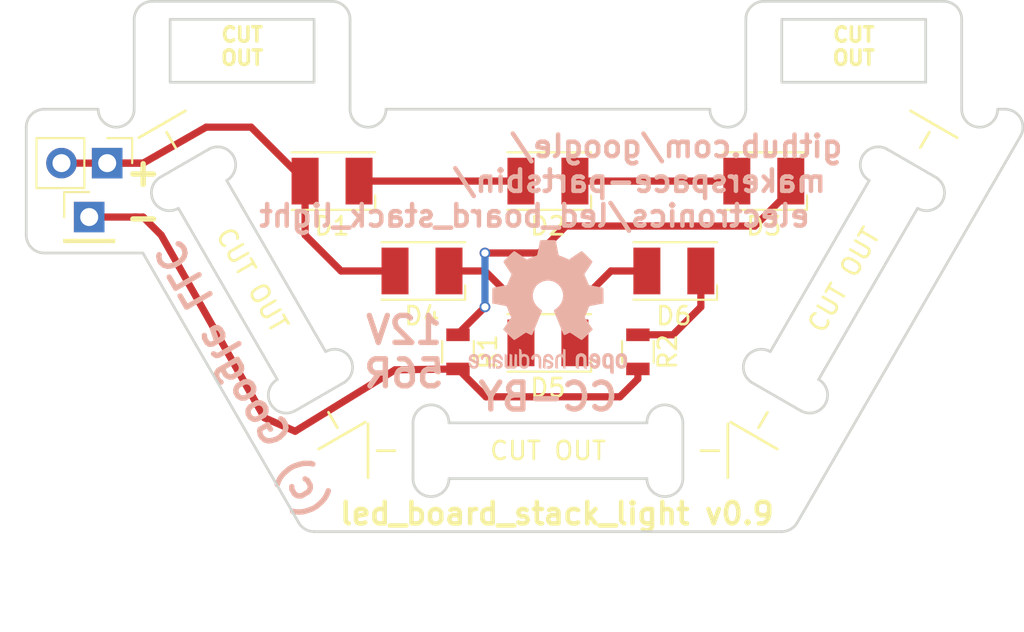
<source format=kicad_pcb>
(kicad_pcb (version 4) (host pcbnew 4.0.6+dfsg1-1)

  (general
    (links 11)
    (no_connects 0)
    (area 112.924999 82.924999 168.478001 112.575001)
    (thickness 1.6)
    (drawings 47)
    (tracks 43)
    (zones 0)
    (modules 14)
    (nets 9)
  )

  (page A4)
  (layers
    (0 F.Cu signal)
    (31 B.Cu signal)
    (32 B.Adhes user)
    (33 F.Adhes user)
    (34 B.Paste user)
    (35 F.Paste user)
    (36 B.SilkS user)
    (37 F.SilkS user)
    (38 B.Mask user)
    (39 F.Mask user)
    (40 Dwgs.User user)
    (41 Cmts.User user)
    (42 Eco1.User user)
    (43 Eco2.User user)
    (44 Edge.Cuts user)
    (45 Margin user)
    (46 B.CrtYd user)
    (47 F.CrtYd user)
    (48 B.Fab user)
    (49 F.Fab user)
  )

  (setup
    (last_trace_width 0.4)
    (user_trace_width 0.4)
    (user_trace_width 1)
    (trace_clearance 0.2)
    (zone_clearance 0.508)
    (zone_45_only no)
    (trace_min 0.2)
    (segment_width 0.15)
    (edge_width 0.15)
    (via_size 0.6)
    (via_drill 0.4)
    (via_min_size 0.4)
    (via_min_drill 0.3)
    (uvia_size 0.3)
    (uvia_drill 0.1)
    (uvias_allowed no)
    (uvia_min_size 0.2)
    (uvia_min_drill 0.1)
    (pcb_text_width 0.3)
    (pcb_text_size 1.5 1.5)
    (mod_edge_width 0.15)
    (mod_text_size 1 1)
    (mod_text_width 0.15)
    (pad_size 1.524 1.524)
    (pad_drill 0.762)
    (pad_to_mask_clearance 0.2)
    (aux_axis_origin 142 89)
    (grid_origin 142 89)
    (visible_elements FFFFFF7F)
    (pcbplotparams
      (layerselection 0x00030_80000001)
      (usegerberextensions false)
      (excludeedgelayer true)
      (linewidth 0.100000)
      (plotframeref false)
      (viasonmask false)
      (mode 1)
      (useauxorigin false)
      (hpglpennumber 1)
      (hpglpenspeed 20)
      (hpglpendiameter 15)
      (hpglpenoverlay 2)
      (psnegative false)
      (psa4output false)
      (plotreference true)
      (plotvalue true)
      (plotinvisibletext false)
      (padsonsilk false)
      (subtractmaskfromsilk false)
      (outputformat 1)
      (mirror false)
      (drillshape 1)
      (scaleselection 1)
      (outputdirectory ""))
  )

  (net 0 "")
  (net 1 "Net-(D1-Pad1)")
  (net 2 "Net-(D1-Pad2)")
  (net 3 "Net-(D2-Pad1)")
  (net 4 "Net-(D3-Pad1)")
  (net 5 "Net-(D4-Pad1)")
  (net 6 "Net-(D5-Pad1)")
  (net 7 "Net-(D6-Pad1)")
  (net 8 "Net-(J2-Pad1)")

  (net_class Default "This is the default net class."
    (clearance 0.2)
    (trace_width 0.25)
    (via_dia 0.6)
    (via_drill 0.4)
    (uvia_dia 0.3)
    (uvia_drill 0.1)
    (add_net "Net-(D1-Pad1)")
    (add_net "Net-(D1-Pad2)")
    (add_net "Net-(D2-Pad1)")
    (add_net "Net-(D3-Pad1)")
    (add_net "Net-(D4-Pad1)")
    (add_net "Net-(D5-Pad1)")
    (add_net "Net-(D6-Pad1)")
    (add_net "Net-(J2-Pad1)")
  )

  (module LEDs:LED_PLCC-2 (layer F.Cu) (tedit 5860D51E) (tstamp 5A80FC26)
    (at 130 93 180)
    (descr "LED PLCC-2 SMD package")
    (tags "LED PLCC-2 SMD")
    (path /5A7DDCE9)
    (attr smd)
    (fp_text reference D1 (at 0 -2.5 180) (layer F.SilkS)
      (effects (font (size 1 1) (thickness 0.15)))
    )
    (fp_text value LED (at 0 2.5 180) (layer F.Fab)
      (effects (font (size 1 1) (thickness 0.15)))
    )
    (fp_circle (center 0 0) (end 0 -1.25) (layer F.Fab) (width 0.1))
    (fp_line (start -1.7 -0.6) (end -0.8 -1.5) (layer F.Fab) (width 0.1))
    (fp_line (start 1.7 1.5) (end 1.7 -1.5) (layer F.Fab) (width 0.1))
    (fp_line (start 1.7 -1.5) (end -1.7 -1.5) (layer F.Fab) (width 0.1))
    (fp_line (start -1.7 -1.5) (end -1.7 1.5) (layer F.Fab) (width 0.1))
    (fp_line (start -1.7 1.5) (end 1.7 1.5) (layer F.Fab) (width 0.1))
    (fp_line (start -2.65 -1.85) (end 2.5 -1.85) (layer F.CrtYd) (width 0.05))
    (fp_line (start 2.5 -1.85) (end 2.5 1.85) (layer F.CrtYd) (width 0.05))
    (fp_line (start 2.5 1.85) (end -2.65 1.85) (layer F.CrtYd) (width 0.05))
    (fp_line (start -2.65 1.85) (end -2.65 -1.85) (layer F.CrtYd) (width 0.05))
    (fp_line (start 2.25 1.6) (end -2.4 1.6) (layer F.SilkS) (width 0.12))
    (fp_line (start 2.25 -1.6) (end -2.4 -1.6) (layer F.SilkS) (width 0.12))
    (fp_line (start -2.4 -1.6) (end -2.4 -0.8) (layer F.SilkS) (width 0.12))
    (pad 1 smd rect (at -1.5 0 180) (size 1.5 2.6) (layers F.Cu F.Paste F.Mask)
      (net 1 "Net-(D1-Pad1)"))
    (pad 2 smd rect (at 1.5 0 180) (size 1.5 2.6) (layers F.Cu F.Paste F.Mask)
      (net 2 "Net-(D1-Pad2)"))
  )

  (module LEDs:LED_PLCC-2 (layer F.Cu) (tedit 5860D51E) (tstamp 5A80FC39)
    (at 142 93 180)
    (descr "LED PLCC-2 SMD package")
    (tags "LED PLCC-2 SMD")
    (path /5A7DDEDF)
    (attr smd)
    (fp_text reference D2 (at 0 -2.5 180) (layer F.SilkS)
      (effects (font (size 1 1) (thickness 0.15)))
    )
    (fp_text value LED (at 0 2.5 180) (layer F.Fab)
      (effects (font (size 1 1) (thickness 0.15)))
    )
    (fp_circle (center 0 0) (end 0 -1.25) (layer F.Fab) (width 0.1))
    (fp_line (start -1.7 -0.6) (end -0.8 -1.5) (layer F.Fab) (width 0.1))
    (fp_line (start 1.7 1.5) (end 1.7 -1.5) (layer F.Fab) (width 0.1))
    (fp_line (start 1.7 -1.5) (end -1.7 -1.5) (layer F.Fab) (width 0.1))
    (fp_line (start -1.7 -1.5) (end -1.7 1.5) (layer F.Fab) (width 0.1))
    (fp_line (start -1.7 1.5) (end 1.7 1.5) (layer F.Fab) (width 0.1))
    (fp_line (start -2.65 -1.85) (end 2.5 -1.85) (layer F.CrtYd) (width 0.05))
    (fp_line (start 2.5 -1.85) (end 2.5 1.85) (layer F.CrtYd) (width 0.05))
    (fp_line (start 2.5 1.85) (end -2.65 1.85) (layer F.CrtYd) (width 0.05))
    (fp_line (start -2.65 1.85) (end -2.65 -1.85) (layer F.CrtYd) (width 0.05))
    (fp_line (start 2.25 1.6) (end -2.4 1.6) (layer F.SilkS) (width 0.12))
    (fp_line (start 2.25 -1.6) (end -2.4 -1.6) (layer F.SilkS) (width 0.12))
    (fp_line (start -2.4 -1.6) (end -2.4 -0.8) (layer F.SilkS) (width 0.12))
    (pad 1 smd rect (at -1.5 0 180) (size 1.5 2.6) (layers F.Cu F.Paste F.Mask)
      (net 3 "Net-(D2-Pad1)"))
    (pad 2 smd rect (at 1.5 0 180) (size 1.5 2.6) (layers F.Cu F.Paste F.Mask)
      (net 1 "Net-(D1-Pad1)"))
  )

  (module LEDs:LED_PLCC-2 (layer F.Cu) (tedit 5860D51E) (tstamp 5A80FC4C)
    (at 154 93 180)
    (descr "LED PLCC-2 SMD package")
    (tags "LED PLCC-2 SMD")
    (path /5A7DDF07)
    (attr smd)
    (fp_text reference D3 (at 0 -2.5 180) (layer F.SilkS)
      (effects (font (size 1 1) (thickness 0.15)))
    )
    (fp_text value LED (at 0 2.5 180) (layer F.Fab)
      (effects (font (size 1 1) (thickness 0.15)))
    )
    (fp_circle (center 0 0) (end 0 -1.25) (layer F.Fab) (width 0.1))
    (fp_line (start -1.7 -0.6) (end -0.8 -1.5) (layer F.Fab) (width 0.1))
    (fp_line (start 1.7 1.5) (end 1.7 -1.5) (layer F.Fab) (width 0.1))
    (fp_line (start 1.7 -1.5) (end -1.7 -1.5) (layer F.Fab) (width 0.1))
    (fp_line (start -1.7 -1.5) (end -1.7 1.5) (layer F.Fab) (width 0.1))
    (fp_line (start -1.7 1.5) (end 1.7 1.5) (layer F.Fab) (width 0.1))
    (fp_line (start -2.65 -1.85) (end 2.5 -1.85) (layer F.CrtYd) (width 0.05))
    (fp_line (start 2.5 -1.85) (end 2.5 1.85) (layer F.CrtYd) (width 0.05))
    (fp_line (start 2.5 1.85) (end -2.65 1.85) (layer F.CrtYd) (width 0.05))
    (fp_line (start -2.65 1.85) (end -2.65 -1.85) (layer F.CrtYd) (width 0.05))
    (fp_line (start 2.25 1.6) (end -2.4 1.6) (layer F.SilkS) (width 0.12))
    (fp_line (start 2.25 -1.6) (end -2.4 -1.6) (layer F.SilkS) (width 0.12))
    (fp_line (start -2.4 -1.6) (end -2.4 -0.8) (layer F.SilkS) (width 0.12))
    (pad 1 smd rect (at -1.5 0 180) (size 1.5 2.6) (layers F.Cu F.Paste F.Mask)
      (net 4 "Net-(D3-Pad1)"))
    (pad 2 smd rect (at 1.5 0 180) (size 1.5 2.6) (layers F.Cu F.Paste F.Mask)
      (net 3 "Net-(D2-Pad1)"))
  )

  (module LEDs:LED_PLCC-2 (layer F.Cu) (tedit 5860D51E) (tstamp 5A80FC5F)
    (at 135 98 180)
    (descr "LED PLCC-2 SMD package")
    (tags "LED PLCC-2 SMD")
    (path /5A7DE251)
    (attr smd)
    (fp_text reference D4 (at 0 -2.5 180) (layer F.SilkS)
      (effects (font (size 1 1) (thickness 0.15)))
    )
    (fp_text value LED (at 0 2.5 180) (layer F.Fab)
      (effects (font (size 1 1) (thickness 0.15)))
    )
    (fp_circle (center 0 0) (end 0 -1.25) (layer F.Fab) (width 0.1))
    (fp_line (start -1.7 -0.6) (end -0.8 -1.5) (layer F.Fab) (width 0.1))
    (fp_line (start 1.7 1.5) (end 1.7 -1.5) (layer F.Fab) (width 0.1))
    (fp_line (start 1.7 -1.5) (end -1.7 -1.5) (layer F.Fab) (width 0.1))
    (fp_line (start -1.7 -1.5) (end -1.7 1.5) (layer F.Fab) (width 0.1))
    (fp_line (start -1.7 1.5) (end 1.7 1.5) (layer F.Fab) (width 0.1))
    (fp_line (start -2.65 -1.85) (end 2.5 -1.85) (layer F.CrtYd) (width 0.05))
    (fp_line (start 2.5 -1.85) (end 2.5 1.85) (layer F.CrtYd) (width 0.05))
    (fp_line (start 2.5 1.85) (end -2.65 1.85) (layer F.CrtYd) (width 0.05))
    (fp_line (start -2.65 1.85) (end -2.65 -1.85) (layer F.CrtYd) (width 0.05))
    (fp_line (start 2.25 1.6) (end -2.4 1.6) (layer F.SilkS) (width 0.12))
    (fp_line (start 2.25 -1.6) (end -2.4 -1.6) (layer F.SilkS) (width 0.12))
    (fp_line (start -2.4 -1.6) (end -2.4 -0.8) (layer F.SilkS) (width 0.12))
    (pad 1 smd rect (at -1.5 0 180) (size 1.5 2.6) (layers F.Cu F.Paste F.Mask)
      (net 5 "Net-(D4-Pad1)"))
    (pad 2 smd rect (at 1.5 0 180) (size 1.5 2.6) (layers F.Cu F.Paste F.Mask)
      (net 2 "Net-(D1-Pad2)"))
  )

  (module LEDs:LED_PLCC-2 (layer F.Cu) (tedit 5860D51E) (tstamp 5A80FC72)
    (at 142 102 180)
    (descr "LED PLCC-2 SMD package")
    (tags "LED PLCC-2 SMD")
    (path /5A7DE258)
    (attr smd)
    (fp_text reference D5 (at 0 -2.5 180) (layer F.SilkS)
      (effects (font (size 1 1) (thickness 0.15)))
    )
    (fp_text value LED (at 0 2.5 180) (layer F.Fab)
      (effects (font (size 1 1) (thickness 0.15)))
    )
    (fp_circle (center 0 0) (end 0 -1.25) (layer F.Fab) (width 0.1))
    (fp_line (start -1.7 -0.6) (end -0.8 -1.5) (layer F.Fab) (width 0.1))
    (fp_line (start 1.7 1.5) (end 1.7 -1.5) (layer F.Fab) (width 0.1))
    (fp_line (start 1.7 -1.5) (end -1.7 -1.5) (layer F.Fab) (width 0.1))
    (fp_line (start -1.7 -1.5) (end -1.7 1.5) (layer F.Fab) (width 0.1))
    (fp_line (start -1.7 1.5) (end 1.7 1.5) (layer F.Fab) (width 0.1))
    (fp_line (start -2.65 -1.85) (end 2.5 -1.85) (layer F.CrtYd) (width 0.05))
    (fp_line (start 2.5 -1.85) (end 2.5 1.85) (layer F.CrtYd) (width 0.05))
    (fp_line (start 2.5 1.85) (end -2.65 1.85) (layer F.CrtYd) (width 0.05))
    (fp_line (start -2.65 1.85) (end -2.65 -1.85) (layer F.CrtYd) (width 0.05))
    (fp_line (start 2.25 1.6) (end -2.4 1.6) (layer F.SilkS) (width 0.12))
    (fp_line (start 2.25 -1.6) (end -2.4 -1.6) (layer F.SilkS) (width 0.12))
    (fp_line (start -2.4 -1.6) (end -2.4 -0.8) (layer F.SilkS) (width 0.12))
    (pad 1 smd rect (at -1.5 0 180) (size 1.5 2.6) (layers F.Cu F.Paste F.Mask)
      (net 6 "Net-(D5-Pad1)"))
    (pad 2 smd rect (at 1.5 0 180) (size 1.5 2.6) (layers F.Cu F.Paste F.Mask)
      (net 5 "Net-(D4-Pad1)"))
  )

  (module LEDs:LED_PLCC-2 (layer F.Cu) (tedit 5860D51E) (tstamp 5A80FC85)
    (at 149 98 180)
    (descr "LED PLCC-2 SMD package")
    (tags "LED PLCC-2 SMD")
    (path /5A7DE260)
    (attr smd)
    (fp_text reference D6 (at 0 -2.5 180) (layer F.SilkS)
      (effects (font (size 1 1) (thickness 0.15)))
    )
    (fp_text value LED (at 0 2.5 180) (layer F.Fab)
      (effects (font (size 1 1) (thickness 0.15)))
    )
    (fp_circle (center 0 0) (end 0 -1.25) (layer F.Fab) (width 0.1))
    (fp_line (start -1.7 -0.6) (end -0.8 -1.5) (layer F.Fab) (width 0.1))
    (fp_line (start 1.7 1.5) (end 1.7 -1.5) (layer F.Fab) (width 0.1))
    (fp_line (start 1.7 -1.5) (end -1.7 -1.5) (layer F.Fab) (width 0.1))
    (fp_line (start -1.7 -1.5) (end -1.7 1.5) (layer F.Fab) (width 0.1))
    (fp_line (start -1.7 1.5) (end 1.7 1.5) (layer F.Fab) (width 0.1))
    (fp_line (start -2.65 -1.85) (end 2.5 -1.85) (layer F.CrtYd) (width 0.05))
    (fp_line (start 2.5 -1.85) (end 2.5 1.85) (layer F.CrtYd) (width 0.05))
    (fp_line (start 2.5 1.85) (end -2.65 1.85) (layer F.CrtYd) (width 0.05))
    (fp_line (start -2.65 1.85) (end -2.65 -1.85) (layer F.CrtYd) (width 0.05))
    (fp_line (start 2.25 1.6) (end -2.4 1.6) (layer F.SilkS) (width 0.12))
    (fp_line (start 2.25 -1.6) (end -2.4 -1.6) (layer F.SilkS) (width 0.12))
    (fp_line (start -2.4 -1.6) (end -2.4 -0.8) (layer F.SilkS) (width 0.12))
    (pad 1 smd rect (at -1.5 0 180) (size 1.5 2.6) (layers F.Cu F.Paste F.Mask)
      (net 7 "Net-(D6-Pad1)"))
    (pad 2 smd rect (at 1.5 0 180) (size 1.5 2.6) (layers F.Cu F.Paste F.Mask)
      (net 6 "Net-(D5-Pad1)"))
  )

  (module Symbols:OSHW-Logo2_9.8x8mm_SilkScreen (layer B.Cu) (tedit 0) (tstamp 5A80FD57)
    (at 142 100 180)
    (descr "Open Source Hardware Symbol")
    (tags "Logo Symbol OSHW")
    (path /5A7DEBA2)
    (attr virtual)
    (fp_text reference P1 (at 0 0 180) (layer B.SilkS) hide
      (effects (font (size 1 1) (thickness 0.15)) (justify mirror))
    )
    (fp_text value OSHW (at 0.75 0 180) (layer B.Fab) hide
      (effects (font (size 1 1) (thickness 0.15)) (justify mirror))
    )
    (fp_poly (pts (xy -3.231114 -2.584505) (xy -3.156461 -2.621727) (xy -3.090569 -2.690261) (xy -3.072423 -2.715648)
      (xy -3.052655 -2.748866) (xy -3.039828 -2.784945) (xy -3.03249 -2.833098) (xy -3.029187 -2.902536)
      (xy -3.028462 -2.994206) (xy -3.031737 -3.11983) (xy -3.043123 -3.214154) (xy -3.064959 -3.284523)
      (xy -3.099581 -3.338286) (xy -3.14933 -3.382788) (xy -3.152986 -3.385423) (xy -3.202015 -3.412377)
      (xy -3.261055 -3.425712) (xy -3.336141 -3.429) (xy -3.458205 -3.429) (xy -3.458256 -3.547497)
      (xy -3.459392 -3.613492) (xy -3.466314 -3.652202) (xy -3.484402 -3.675419) (xy -3.519038 -3.694933)
      (xy -3.527355 -3.69892) (xy -3.56628 -3.717603) (xy -3.596417 -3.729403) (xy -3.618826 -3.730422)
      (xy -3.634567 -3.716761) (xy -3.644698 -3.684522) (xy -3.650277 -3.629804) (xy -3.652365 -3.548711)
      (xy -3.652019 -3.437344) (xy -3.6503 -3.291802) (xy -3.649763 -3.248269) (xy -3.647828 -3.098205)
      (xy -3.646096 -3.000042) (xy -3.458308 -3.000042) (xy -3.457252 -3.083364) (xy -3.452562 -3.13788)
      (xy -3.441949 -3.173837) (xy -3.423128 -3.201482) (xy -3.41035 -3.214965) (xy -3.35811 -3.254417)
      (xy -3.311858 -3.257628) (xy -3.264133 -3.225049) (xy -3.262923 -3.223846) (xy -3.243506 -3.198668)
      (xy -3.231693 -3.164447) (xy -3.225735 -3.111748) (xy -3.22388 -3.031131) (xy -3.223846 -3.013271)
      (xy -3.22833 -2.902175) (xy -3.242926 -2.825161) (xy -3.26935 -2.778147) (xy -3.309317 -2.75705)
      (xy -3.332416 -2.754923) (xy -3.387238 -2.7649) (xy -3.424842 -2.797752) (xy -3.447477 -2.857857)
      (xy -3.457394 -2.949598) (xy -3.458308 -3.000042) (xy -3.646096 -3.000042) (xy -3.645778 -2.98206)
      (xy -3.643127 -2.894679) (xy -3.639394 -2.830905) (xy -3.634093 -2.785582) (xy -3.626742 -2.753555)
      (xy -3.616857 -2.729668) (xy -3.603954 -2.708764) (xy -3.598421 -2.700898) (xy -3.525031 -2.626595)
      (xy -3.43224 -2.584467) (xy -3.324904 -2.572722) (xy -3.231114 -2.584505)) (layer B.SilkS) (width 0.01))
    (fp_poly (pts (xy -1.728336 -2.595089) (xy -1.665633 -2.631358) (xy -1.622039 -2.667358) (xy -1.590155 -2.705075)
      (xy -1.56819 -2.751199) (xy -1.554351 -2.812421) (xy -1.546847 -2.895431) (xy -1.543883 -3.006919)
      (xy -1.543539 -3.087062) (xy -1.543539 -3.382065) (xy -1.709615 -3.456515) (xy -1.719385 -3.133402)
      (xy -1.723421 -3.012729) (xy -1.727656 -2.925141) (xy -1.732903 -2.86465) (xy -1.739975 -2.825268)
      (xy -1.749689 -2.801007) (xy -1.762856 -2.78588) (xy -1.767081 -2.782606) (xy -1.831091 -2.757034)
      (xy -1.895792 -2.767153) (xy -1.934308 -2.794) (xy -1.949975 -2.813024) (xy -1.96082 -2.837988)
      (xy -1.967712 -2.875834) (xy -1.971521 -2.933502) (xy -1.973117 -3.017935) (xy -1.973385 -3.105928)
      (xy -1.973437 -3.216323) (xy -1.975328 -3.294463) (xy -1.981655 -3.347165) (xy -1.995017 -3.381242)
      (xy -2.018015 -3.403511) (xy -2.053246 -3.420787) (xy -2.100303 -3.438738) (xy -2.151697 -3.458278)
      (xy -2.145579 -3.111485) (xy -2.143116 -2.986468) (xy -2.140233 -2.894082) (xy -2.136102 -2.827881)
      (xy -2.129893 -2.78142) (xy -2.120774 -2.748256) (xy -2.107917 -2.721944) (xy -2.092416 -2.698729)
      (xy -2.017629 -2.624569) (xy -1.926372 -2.581684) (xy -1.827117 -2.571412) (xy -1.728336 -2.595089)) (layer B.SilkS) (width 0.01))
    (fp_poly (pts (xy -3.983114 -2.587256) (xy -3.891536 -2.635409) (xy -3.823951 -2.712905) (xy -3.799943 -2.762727)
      (xy -3.781262 -2.837533) (xy -3.771699 -2.932052) (xy -3.770792 -3.03521) (xy -3.778079 -3.135935)
      (xy -3.793097 -3.223153) (xy -3.815385 -3.285791) (xy -3.822235 -3.296579) (xy -3.903368 -3.377105)
      (xy -3.999734 -3.425336) (xy -4.104299 -3.43945) (xy -4.210032 -3.417629) (xy -4.239457 -3.404547)
      (xy -4.296759 -3.364231) (xy -4.34705 -3.310775) (xy -4.351803 -3.303995) (xy -4.371122 -3.271321)
      (xy -4.383892 -3.236394) (xy -4.391436 -3.190414) (xy -4.395076 -3.124584) (xy -4.396135 -3.030105)
      (xy -4.396154 -3.008923) (xy -4.396106 -3.002182) (xy -4.200769 -3.002182) (xy -4.199632 -3.091349)
      (xy -4.195159 -3.15052) (xy -4.185754 -3.188741) (xy -4.169824 -3.215053) (xy -4.161692 -3.223846)
      (xy -4.114942 -3.257261) (xy -4.069553 -3.255737) (xy -4.02366 -3.226752) (xy -3.996288 -3.195809)
      (xy -3.980077 -3.150643) (xy -3.970974 -3.07942) (xy -3.970349 -3.071114) (xy -3.968796 -2.942037)
      (xy -3.985035 -2.846172) (xy -4.018848 -2.784107) (xy -4.070016 -2.756432) (xy -4.08828 -2.754923)
      (xy -4.13624 -2.762513) (xy -4.169047 -2.788808) (xy -4.189105 -2.839095) (xy -4.198822 -2.918664)
      (xy -4.200769 -3.002182) (xy -4.396106 -3.002182) (xy -4.395426 -2.908249) (xy -4.392371 -2.837906)
      (xy -4.385678 -2.789163) (xy -4.37404 -2.753288) (xy -4.356147 -2.721548) (xy -4.352192 -2.715648)
      (xy -4.285733 -2.636104) (xy -4.213315 -2.589929) (xy -4.125151 -2.571599) (xy -4.095213 -2.570703)
      (xy -3.983114 -2.587256)) (layer B.SilkS) (width 0.01))
    (fp_poly (pts (xy -2.465746 -2.599745) (xy -2.388714 -2.651567) (xy -2.329184 -2.726412) (xy -2.293622 -2.821654)
      (xy -2.286429 -2.891756) (xy -2.287246 -2.921009) (xy -2.294086 -2.943407) (xy -2.312888 -2.963474)
      (xy -2.349592 -2.985733) (xy -2.410138 -3.014709) (xy -2.500466 -3.054927) (xy -2.500923 -3.055129)
      (xy -2.584067 -3.09321) (xy -2.652247 -3.127025) (xy -2.698495 -3.152933) (xy -2.715842 -3.167295)
      (xy -2.715846 -3.167411) (xy -2.700557 -3.198685) (xy -2.664804 -3.233157) (xy -2.623758 -3.25799)
      (xy -2.602963 -3.262923) (xy -2.54623 -3.245862) (xy -2.497373 -3.203133) (xy -2.473535 -3.156155)
      (xy -2.450603 -3.121522) (xy -2.405682 -3.082081) (xy -2.352877 -3.048009) (xy -2.30629 -3.02948)
      (xy -2.296548 -3.028462) (xy -2.285582 -3.045215) (xy -2.284921 -3.088039) (xy -2.29298 -3.145781)
      (xy -2.308173 -3.207289) (xy -2.328914 -3.261409) (xy -2.329962 -3.26351) (xy -2.392379 -3.35066)
      (xy -2.473274 -3.409939) (xy -2.565144 -3.439034) (xy -2.660487 -3.435634) (xy -2.751802 -3.397428)
      (xy -2.755862 -3.394741) (xy -2.827694 -3.329642) (xy -2.874927 -3.244705) (xy -2.901066 -3.133021)
      (xy -2.904574 -3.101643) (xy -2.910787 -2.953536) (xy -2.903339 -2.884468) (xy -2.715846 -2.884468)
      (xy -2.71341 -2.927552) (xy -2.700086 -2.940126) (xy -2.666868 -2.930719) (xy -2.614506 -2.908483)
      (xy -2.555976 -2.88061) (xy -2.554521 -2.879872) (xy -2.504911 -2.853777) (xy -2.485 -2.836363)
      (xy -2.48991 -2.818107) (xy -2.510584 -2.79412) (xy -2.563181 -2.759406) (xy -2.619823 -2.756856)
      (xy -2.670631 -2.782119) (xy -2.705724 -2.830847) (xy -2.715846 -2.884468) (xy -2.903339 -2.884468)
      (xy -2.898008 -2.835036) (xy -2.865222 -2.741055) (xy -2.819579 -2.675215) (xy -2.737198 -2.608681)
      (xy -2.646454 -2.575676) (xy -2.553815 -2.573573) (xy -2.465746 -2.599745)) (layer B.SilkS) (width 0.01))
    (fp_poly (pts (xy -0.840154 -2.49212) (xy -0.834428 -2.57198) (xy -0.827851 -2.619039) (xy -0.818738 -2.639566)
      (xy -0.805402 -2.639829) (xy -0.801077 -2.637378) (xy -0.743556 -2.619636) (xy -0.668732 -2.620672)
      (xy -0.592661 -2.63891) (xy -0.545082 -2.662505) (xy -0.496298 -2.700198) (xy -0.460636 -2.742855)
      (xy -0.436155 -2.797057) (xy -0.420913 -2.869384) (xy -0.41297 -2.966419) (xy -0.410384 -3.094742)
      (xy -0.410338 -3.119358) (xy -0.410308 -3.39587) (xy -0.471839 -3.41732) (xy -0.515541 -3.431912)
      (xy -0.539518 -3.438706) (xy -0.540223 -3.438769) (xy -0.542585 -3.420345) (xy -0.544594 -3.369526)
      (xy -0.546099 -3.292993) (xy -0.546947 -3.19743) (xy -0.547077 -3.139329) (xy -0.547349 -3.024771)
      (xy -0.548748 -2.942667) (xy -0.552151 -2.886393) (xy -0.558433 -2.849326) (xy -0.568471 -2.824844)
      (xy -0.583139 -2.806325) (xy -0.592298 -2.797406) (xy -0.655211 -2.761466) (xy -0.723864 -2.758775)
      (xy -0.786152 -2.78917) (xy -0.797671 -2.800144) (xy -0.814567 -2.820779) (xy -0.826286 -2.845256)
      (xy -0.833767 -2.880647) (xy -0.837946 -2.934026) (xy -0.839763 -3.012466) (xy -0.840154 -3.120617)
      (xy -0.840154 -3.39587) (xy -0.901685 -3.41732) (xy -0.945387 -3.431912) (xy -0.969364 -3.438706)
      (xy -0.97007 -3.438769) (xy -0.971874 -3.420069) (xy -0.9735 -3.367322) (xy -0.974883 -3.285557)
      (xy -0.975958 -3.179805) (xy -0.97666 -3.055094) (xy -0.976923 -2.916455) (xy -0.976923 -2.381806)
      (xy -0.849923 -2.328236) (xy -0.840154 -2.49212)) (layer B.SilkS) (width 0.01))
    (fp_poly (pts (xy 0.053501 -2.626303) (xy 0.13006 -2.654733) (xy 0.130936 -2.655279) (xy 0.178285 -2.690127)
      (xy 0.213241 -2.730852) (xy 0.237825 -2.783925) (xy 0.254062 -2.855814) (xy 0.263975 -2.952992)
      (xy 0.269586 -3.081928) (xy 0.270077 -3.100298) (xy 0.277141 -3.377287) (xy 0.217695 -3.408028)
      (xy 0.174681 -3.428802) (xy 0.14871 -3.438646) (xy 0.147509 -3.438769) (xy 0.143014 -3.420606)
      (xy 0.139444 -3.371612) (xy 0.137248 -3.300031) (xy 0.136769 -3.242068) (xy 0.136758 -3.14817)
      (xy 0.132466 -3.089203) (xy 0.117503 -3.061079) (xy 0.085482 -3.059706) (xy 0.030014 -3.080998)
      (xy -0.053731 -3.120136) (xy -0.115311 -3.152643) (xy -0.146983 -3.180845) (xy -0.156294 -3.211582)
      (xy -0.156308 -3.213104) (xy -0.140943 -3.266054) (xy -0.095453 -3.29466) (xy -0.025834 -3.298803)
      (xy 0.024313 -3.298084) (xy 0.050754 -3.312527) (xy 0.067243 -3.347218) (xy 0.076733 -3.391416)
      (xy 0.063057 -3.416493) (xy 0.057907 -3.420082) (xy 0.009425 -3.434496) (xy -0.058469 -3.436537)
      (xy -0.128388 -3.426983) (xy -0.177932 -3.409522) (xy -0.24643 -3.351364) (xy -0.285366 -3.270408)
      (xy -0.293077 -3.20716) (xy -0.287193 -3.150111) (xy -0.265899 -3.103542) (xy -0.223735 -3.062181)
      (xy -0.155241 -3.020755) (xy -0.054956 -2.973993) (xy -0.048846 -2.97135) (xy 0.04149 -2.929617)
      (xy 0.097235 -2.895391) (xy 0.121129 -2.864635) (xy 0.115913 -2.833311) (xy 0.084328 -2.797383)
      (xy 0.074883 -2.789116) (xy 0.011617 -2.757058) (xy -0.053936 -2.758407) (xy -0.111028 -2.789838)
      (xy -0.148907 -2.848024) (xy -0.152426 -2.859446) (xy -0.1867 -2.914837) (xy -0.230191 -2.941518)
      (xy -0.293077 -2.96796) (xy -0.293077 -2.899548) (xy -0.273948 -2.80011) (xy -0.217169 -2.708902)
      (xy -0.187622 -2.678389) (xy -0.120458 -2.639228) (xy -0.035044 -2.6215) (xy 0.053501 -2.626303)) (layer B.SilkS) (width 0.01))
    (fp_poly (pts (xy 0.713362 -2.62467) (xy 0.802117 -2.657421) (xy 0.874022 -2.71535) (xy 0.902144 -2.756128)
      (xy 0.932802 -2.830954) (xy 0.932165 -2.885058) (xy 0.899987 -2.921446) (xy 0.888081 -2.927633)
      (xy 0.836675 -2.946925) (xy 0.810422 -2.941982) (xy 0.80153 -2.909587) (xy 0.801077 -2.891692)
      (xy 0.784797 -2.825859) (xy 0.742365 -2.779807) (xy 0.683388 -2.757564) (xy 0.617475 -2.763161)
      (xy 0.563895 -2.792229) (xy 0.545798 -2.80881) (xy 0.532971 -2.828925) (xy 0.524306 -2.859332)
      (xy 0.518696 -2.906788) (xy 0.515035 -2.97805) (xy 0.512215 -3.079875) (xy 0.511484 -3.112115)
      (xy 0.50882 -3.22241) (xy 0.505792 -3.300036) (xy 0.50125 -3.351396) (xy 0.494046 -3.38289)
      (xy 0.483033 -3.40092) (xy 0.46706 -3.411888) (xy 0.456834 -3.416733) (xy 0.413406 -3.433301)
      (xy 0.387842 -3.438769) (xy 0.379395 -3.420507) (xy 0.374239 -3.365296) (xy 0.372346 -3.272499)
      (xy 0.373689 -3.141478) (xy 0.374107 -3.121269) (xy 0.377058 -3.001733) (xy 0.380548 -2.914449)
      (xy 0.385514 -2.852591) (xy 0.392893 -2.809336) (xy 0.403624 -2.77786) (xy 0.418645 -2.751339)
      (xy 0.426502 -2.739975) (xy 0.471553 -2.689692) (xy 0.52194 -2.650581) (xy 0.528108 -2.647167)
      (xy 0.618458 -2.620212) (xy 0.713362 -2.62467)) (layer B.SilkS) (width 0.01))
    (fp_poly (pts (xy 1.602081 -2.780289) (xy 1.601833 -2.92632) (xy 1.600872 -3.038655) (xy 1.598794 -3.122678)
      (xy 1.595193 -3.183769) (xy 1.589665 -3.227309) (xy 1.581804 -3.258679) (xy 1.571207 -3.283262)
      (xy 1.563182 -3.297294) (xy 1.496728 -3.373388) (xy 1.41247 -3.421084) (xy 1.319249 -3.438199)
      (xy 1.2259 -3.422546) (xy 1.170312 -3.394418) (xy 1.111957 -3.34576) (xy 1.072186 -3.286333)
      (xy 1.04819 -3.208507) (xy 1.037161 -3.104652) (xy 1.035599 -3.028462) (xy 1.035809 -3.022986)
      (xy 1.172308 -3.022986) (xy 1.173141 -3.110355) (xy 1.176961 -3.168192) (xy 1.185746 -3.206029)
      (xy 1.201474 -3.233398) (xy 1.220266 -3.254042) (xy 1.283375 -3.29389) (xy 1.351137 -3.297295)
      (xy 1.415179 -3.264025) (xy 1.420164 -3.259517) (xy 1.441439 -3.236067) (xy 1.454779 -3.208166)
      (xy 1.462001 -3.166641) (xy 1.464923 -3.102316) (xy 1.465385 -3.0312) (xy 1.464383 -2.941858)
      (xy 1.460238 -2.882258) (xy 1.451236 -2.843089) (xy 1.435667 -2.81504) (xy 1.422902 -2.800144)
      (xy 1.3636 -2.762575) (xy 1.295301 -2.758057) (xy 1.23011 -2.786753) (xy 1.217528 -2.797406)
      (xy 1.196111 -2.821063) (xy 1.182744 -2.849251) (xy 1.175566 -2.891245) (xy 1.172719 -2.956319)
      (xy 1.172308 -3.022986) (xy 1.035809 -3.022986) (xy 1.040322 -2.905765) (xy 1.056362 -2.813577)
      (xy 1.086528 -2.744269) (xy 1.133629 -2.690211) (xy 1.170312 -2.662505) (xy 1.23699 -2.632572)
      (xy 1.314272 -2.618678) (xy 1.38611 -2.622397) (xy 1.426308 -2.6374) (xy 1.442082 -2.64167)
      (xy 1.45255 -2.62575) (xy 1.459856 -2.583089) (xy 1.465385 -2.518106) (xy 1.471437 -2.445732)
      (xy 1.479844 -2.402187) (xy 1.495141 -2.377287) (xy 1.521864 -2.360845) (xy 1.538654 -2.353564)
      (xy 1.602154 -2.326963) (xy 1.602081 -2.780289)) (layer B.SilkS) (width 0.01))
    (fp_poly (pts (xy 2.395929 -2.636662) (xy 2.398911 -2.688068) (xy 2.401247 -2.766192) (xy 2.402749 -2.864857)
      (xy 2.403231 -2.968343) (xy 2.403231 -3.318533) (xy 2.341401 -3.380363) (xy 2.298793 -3.418462)
      (xy 2.26139 -3.433895) (xy 2.21027 -3.432918) (xy 2.189978 -3.430433) (xy 2.126554 -3.4232)
      (xy 2.074095 -3.419055) (xy 2.061308 -3.418672) (xy 2.018199 -3.421176) (xy 1.956544 -3.427462)
      (xy 1.932638 -3.430433) (xy 1.873922 -3.435028) (xy 1.834464 -3.425046) (xy 1.795338 -3.394228)
      (xy 1.781215 -3.380363) (xy 1.719385 -3.318533) (xy 1.719385 -2.663503) (xy 1.76915 -2.640829)
      (xy 1.812002 -2.624034) (xy 1.837073 -2.618154) (xy 1.843501 -2.636736) (xy 1.849509 -2.688655)
      (xy 1.854697 -2.768172) (xy 1.858664 -2.869546) (xy 1.860577 -2.955192) (xy 1.865923 -3.292231)
      (xy 1.91256 -3.298825) (xy 1.954976 -3.294214) (xy 1.97576 -3.279287) (xy 1.98157 -3.251377)
      (xy 1.98653 -3.191925) (xy 1.990246 -3.108466) (xy 1.992324 -3.008532) (xy 1.992624 -2.957104)
      (xy 1.992923 -2.661054) (xy 2.054454 -2.639604) (xy 2.098004 -2.62502) (xy 2.121694 -2.618219)
      (xy 2.122377 -2.618154) (xy 2.124754 -2.636642) (xy 2.127366 -2.687906) (xy 2.129995 -2.765649)
      (xy 2.132421 -2.863574) (xy 2.134115 -2.955192) (xy 2.139461 -3.292231) (xy 2.256692 -3.292231)
      (xy 2.262072 -2.984746) (xy 2.267451 -2.677261) (xy 2.324601 -2.647707) (xy 2.366797 -2.627413)
      (xy 2.39177 -2.618204) (xy 2.392491 -2.618154) (xy 2.395929 -2.636662)) (layer B.SilkS) (width 0.01))
    (fp_poly (pts (xy 2.887333 -2.633528) (xy 2.94359 -2.659117) (xy 2.987747 -2.690124) (xy 3.020101 -2.724795)
      (xy 3.042438 -2.76952) (xy 3.056546 -2.830692) (xy 3.064211 -2.914701) (xy 3.06722 -3.02794)
      (xy 3.067538 -3.102509) (xy 3.067538 -3.39342) (xy 3.017773 -3.416095) (xy 2.978576 -3.432667)
      (xy 2.959157 -3.438769) (xy 2.955442 -3.42061) (xy 2.952495 -3.371648) (xy 2.950691 -3.300153)
      (xy 2.950308 -3.243385) (xy 2.948661 -3.161371) (xy 2.944222 -3.096309) (xy 2.93774 -3.056467)
      (xy 2.93259 -3.048) (xy 2.897977 -3.056646) (xy 2.84364 -3.078823) (xy 2.780722 -3.108886)
      (xy 2.720368 -3.141192) (xy 2.673721 -3.170098) (xy 2.651926 -3.189961) (xy 2.651839 -3.190175)
      (xy 2.653714 -3.226935) (xy 2.670525 -3.262026) (xy 2.700039 -3.290528) (xy 2.743116 -3.300061)
      (xy 2.779932 -3.29895) (xy 2.832074 -3.298133) (xy 2.859444 -3.310349) (xy 2.875882 -3.342624)
      (xy 2.877955 -3.34871) (xy 2.885081 -3.394739) (xy 2.866024 -3.422687) (xy 2.816353 -3.436007)
      (xy 2.762697 -3.43847) (xy 2.666142 -3.42021) (xy 2.616159 -3.394131) (xy 2.554429 -3.332868)
      (xy 2.52169 -3.25767) (xy 2.518753 -3.178211) (xy 2.546424 -3.104167) (xy 2.588047 -3.057769)
      (xy 2.629604 -3.031793) (xy 2.694922 -2.998907) (xy 2.771038 -2.965557) (xy 2.783726 -2.960461)
      (xy 2.867333 -2.923565) (xy 2.91553 -2.891046) (xy 2.93103 -2.858718) (xy 2.91655 -2.822394)
      (xy 2.891692 -2.794) (xy 2.832939 -2.759039) (xy 2.768293 -2.756417) (xy 2.709008 -2.783358)
      (xy 2.666339 -2.837088) (xy 2.660739 -2.85095) (xy 2.628133 -2.901936) (xy 2.58053 -2.939787)
      (xy 2.520461 -2.97085) (xy 2.520461 -2.882768) (xy 2.523997 -2.828951) (xy 2.539156 -2.786534)
      (xy 2.572768 -2.741279) (xy 2.605035 -2.70642) (xy 2.655209 -2.657062) (xy 2.694193 -2.630547)
      (xy 2.736064 -2.619911) (xy 2.78346 -2.618154) (xy 2.887333 -2.633528)) (layer B.SilkS) (width 0.01))
    (fp_poly (pts (xy 3.570807 -2.636782) (xy 3.594161 -2.646988) (xy 3.649902 -2.691134) (xy 3.697569 -2.754967)
      (xy 3.727048 -2.823087) (xy 3.731846 -2.85667) (xy 3.71576 -2.903556) (xy 3.680475 -2.928365)
      (xy 3.642644 -2.943387) (xy 3.625321 -2.946155) (xy 3.616886 -2.926066) (xy 3.60023 -2.882351)
      (xy 3.592923 -2.862598) (xy 3.551948 -2.794271) (xy 3.492622 -2.760191) (xy 3.416552 -2.761239)
      (xy 3.410918 -2.762581) (xy 3.370305 -2.781836) (xy 3.340448 -2.819375) (xy 3.320055 -2.879809)
      (xy 3.307836 -2.967751) (xy 3.3025 -3.087813) (xy 3.302 -3.151698) (xy 3.301752 -3.252403)
      (xy 3.300126 -3.321054) (xy 3.295801 -3.364673) (xy 3.287454 -3.390282) (xy 3.273765 -3.404903)
      (xy 3.253411 -3.415558) (xy 3.252234 -3.416095) (xy 3.213038 -3.432667) (xy 3.193619 -3.438769)
      (xy 3.190635 -3.420319) (xy 3.188081 -3.369323) (xy 3.18614 -3.292308) (xy 3.184997 -3.195805)
      (xy 3.184769 -3.125184) (xy 3.185932 -2.988525) (xy 3.190479 -2.884851) (xy 3.199999 -2.808108)
      (xy 3.216081 -2.752246) (xy 3.240313 -2.711212) (xy 3.274286 -2.678954) (xy 3.307833 -2.65644)
      (xy 3.388499 -2.626476) (xy 3.482381 -2.619718) (xy 3.570807 -2.636782)) (layer B.SilkS) (width 0.01))
    (fp_poly (pts (xy 4.245224 -2.647838) (xy 4.322528 -2.698361) (xy 4.359814 -2.74359) (xy 4.389353 -2.825663)
      (xy 4.391699 -2.890607) (xy 4.386385 -2.977445) (xy 4.186115 -3.065103) (xy 4.088739 -3.109887)
      (xy 4.025113 -3.145913) (xy 3.992029 -3.177117) (xy 3.98628 -3.207436) (xy 4.004658 -3.240805)
      (xy 4.024923 -3.262923) (xy 4.083889 -3.298393) (xy 4.148024 -3.300879) (xy 4.206926 -3.273235)
      (xy 4.250197 -3.21832) (xy 4.257936 -3.198928) (xy 4.295006 -3.138364) (xy 4.337654 -3.112552)
      (xy 4.396154 -3.090471) (xy 4.396154 -3.174184) (xy 4.390982 -3.23115) (xy 4.370723 -3.279189)
      (xy 4.328262 -3.334346) (xy 4.321951 -3.341514) (xy 4.27472 -3.390585) (xy 4.234121 -3.41692)
      (xy 4.183328 -3.429035) (xy 4.14122 -3.433003) (xy 4.065902 -3.433991) (xy 4.012286 -3.421466)
      (xy 3.978838 -3.402869) (xy 3.926268 -3.361975) (xy 3.889879 -3.317748) (xy 3.86685 -3.262126)
      (xy 3.854359 -3.187047) (xy 3.849587 -3.084449) (xy 3.849206 -3.032376) (xy 3.850501 -2.969948)
      (xy 3.968471 -2.969948) (xy 3.969839 -3.003438) (xy 3.973249 -3.008923) (xy 3.995753 -3.001472)
      (xy 4.044182 -2.981753) (xy 4.108908 -2.953718) (xy 4.122443 -2.947692) (xy 4.204244 -2.906096)
      (xy 4.249312 -2.869538) (xy 4.259217 -2.835296) (xy 4.235526 -2.800648) (xy 4.21596 -2.785339)
      (xy 4.14536 -2.754721) (xy 4.07928 -2.75978) (xy 4.023959 -2.797151) (xy 3.985636 -2.863473)
      (xy 3.973349 -2.916116) (xy 3.968471 -2.969948) (xy 3.850501 -2.969948) (xy 3.85173 -2.91072)
      (xy 3.861032 -2.82071) (xy 3.87946 -2.755167) (xy 3.90936 -2.706912) (xy 3.95308 -2.668767)
      (xy 3.972141 -2.65644) (xy 4.058726 -2.624336) (xy 4.153522 -2.622316) (xy 4.245224 -2.647838)) (layer B.SilkS) (width 0.01))
    (fp_poly (pts (xy 0.139878 3.712224) (xy 0.245612 3.711645) (xy 0.322132 3.710078) (xy 0.374372 3.707028)
      (xy 0.407263 3.702004) (xy 0.425737 3.694511) (xy 0.434727 3.684056) (xy 0.439163 3.670147)
      (xy 0.439594 3.668346) (xy 0.446333 3.635855) (xy 0.458808 3.571748) (xy 0.475719 3.482849)
      (xy 0.495771 3.375981) (xy 0.517664 3.257967) (xy 0.518429 3.253822) (xy 0.540359 3.138169)
      (xy 0.560877 3.035986) (xy 0.578659 2.953402) (xy 0.592381 2.896544) (xy 0.600718 2.871542)
      (xy 0.601116 2.871099) (xy 0.625677 2.85889) (xy 0.676315 2.838544) (xy 0.742095 2.814455)
      (xy 0.742461 2.814326) (xy 0.825317 2.783182) (xy 0.923 2.743509) (xy 1.015077 2.703619)
      (xy 1.019434 2.701647) (xy 1.169407 2.63358) (xy 1.501498 2.860361) (xy 1.603374 2.929496)
      (xy 1.695657 2.991303) (xy 1.773003 3.042267) (xy 1.830064 3.078873) (xy 1.861495 3.097606)
      (xy 1.864479 3.098996) (xy 1.887321 3.09281) (xy 1.929982 3.062965) (xy 1.994128 3.008053)
      (xy 2.081421 2.926666) (xy 2.170535 2.840078) (xy 2.256441 2.754753) (xy 2.333327 2.676892)
      (xy 2.396564 2.611303) (xy 2.441523 2.562795) (xy 2.463576 2.536175) (xy 2.464396 2.534805)
      (xy 2.466834 2.516537) (xy 2.45765 2.486705) (xy 2.434574 2.441279) (xy 2.395337 2.37623)
      (xy 2.33767 2.28753) (xy 2.260795 2.173343) (xy 2.19257 2.072838) (xy 2.131582 1.982697)
      (xy 2.081356 1.908151) (xy 2.045416 1.854435) (xy 2.027287 1.826782) (xy 2.026146 1.824905)
      (xy 2.028359 1.79841) (xy 2.045138 1.746914) (xy 2.073142 1.680149) (xy 2.083122 1.658828)
      (xy 2.126672 1.563841) (xy 2.173134 1.456063) (xy 2.210877 1.362808) (xy 2.238073 1.293594)
      (xy 2.259675 1.240994) (xy 2.272158 1.213503) (xy 2.273709 1.211384) (xy 2.296668 1.207876)
      (xy 2.350786 1.198262) (xy 2.428868 1.183911) (xy 2.523719 1.166193) (xy 2.628143 1.146475)
      (xy 2.734944 1.126126) (xy 2.836926 1.106514) (xy 2.926894 1.089009) (xy 2.997653 1.074978)
      (xy 3.042006 1.065791) (xy 3.052885 1.063193) (xy 3.064122 1.056782) (xy 3.072605 1.042303)
      (xy 3.078714 1.014867) (xy 3.082832 0.969589) (xy 3.085341 0.90158) (xy 3.086621 0.805953)
      (xy 3.087054 0.67782) (xy 3.087077 0.625299) (xy 3.087077 0.198155) (xy 2.9845 0.177909)
      (xy 2.927431 0.16693) (xy 2.842269 0.150905) (xy 2.739372 0.131767) (xy 2.629096 0.111449)
      (xy 2.598615 0.105868) (xy 2.496855 0.086083) (xy 2.408205 0.066627) (xy 2.340108 0.049303)
      (xy 2.300004 0.035912) (xy 2.293323 0.031921) (xy 2.276919 0.003658) (xy 2.253399 -0.051109)
      (xy 2.227316 -0.121588) (xy 2.222142 -0.136769) (xy 2.187956 -0.230896) (xy 2.145523 -0.337101)
      (xy 2.103997 -0.432473) (xy 2.103792 -0.432916) (xy 2.03464 -0.582525) (xy 2.489512 -1.251617)
      (xy 2.1975 -1.544116) (xy 2.10918 -1.63117) (xy 2.028625 -1.707909) (xy 1.96036 -1.770237)
      (xy 1.908908 -1.814056) (xy 1.878794 -1.83527) (xy 1.874474 -1.836616) (xy 1.849111 -1.826016)
      (xy 1.797358 -1.796547) (xy 1.724868 -1.751705) (xy 1.637294 -1.694984) (xy 1.542612 -1.631462)
      (xy 1.446516 -1.566668) (xy 1.360837 -1.510287) (xy 1.291016 -1.465788) (xy 1.242494 -1.436639)
      (xy 1.220782 -1.426308) (xy 1.194293 -1.43505) (xy 1.144062 -1.458087) (xy 1.080451 -1.490631)
      (xy 1.073708 -1.494249) (xy 0.988046 -1.53721) (xy 0.929306 -1.558279) (xy 0.892772 -1.558503)
      (xy 0.873731 -1.538928) (xy 0.87362 -1.538654) (xy 0.864102 -1.515472) (xy 0.841403 -1.460441)
      (xy 0.807282 -1.377822) (xy 0.7635 -1.271872) (xy 0.711816 -1.146852) (xy 0.653992 -1.00702)
      (xy 0.597991 -0.871637) (xy 0.536447 -0.722234) (xy 0.479939 -0.583832) (xy 0.430161 -0.460673)
      (xy 0.388806 -0.357002) (xy 0.357568 -0.277059) (xy 0.338141 -0.225088) (xy 0.332154 -0.205692)
      (xy 0.347168 -0.183443) (xy 0.386439 -0.147982) (xy 0.438807 -0.108887) (xy 0.587941 0.014755)
      (xy 0.704511 0.156478) (xy 0.787118 0.313296) (xy 0.834366 0.482225) (xy 0.844857 0.660278)
      (xy 0.837231 0.742461) (xy 0.795682 0.912969) (xy 0.724123 1.063541) (xy 0.626995 1.192691)
      (xy 0.508734 1.298936) (xy 0.37378 1.38079) (xy 0.226571 1.436768) (xy 0.071544 1.465385)
      (xy -0.086861 1.465156) (xy -0.244206 1.434595) (xy -0.396054 1.372218) (xy -0.537965 1.27654)
      (xy -0.597197 1.222428) (xy -0.710797 1.08348) (xy -0.789894 0.931639) (xy -0.835014 0.771333)
      (xy -0.846684 0.606988) (xy -0.825431 0.443029) (xy -0.77178 0.283882) (xy -0.68626 0.133975)
      (xy -0.569395 -0.002267) (xy -0.438807 -0.108887) (xy -0.384412 -0.149642) (xy -0.345986 -0.184718)
      (xy -0.332154 -0.205726) (xy -0.339397 -0.228635) (xy -0.359995 -0.283365) (xy -0.392254 -0.365672)
      (xy -0.434479 -0.471315) (xy -0.484977 -0.59605) (xy -0.542052 -0.735636) (xy -0.598146 -0.87167)
      (xy -0.660033 -1.021201) (xy -0.717356 -1.159767) (xy -0.768356 -1.283107) (xy -0.811273 -1.386964)
      (xy -0.844347 -1.46708) (xy -0.865819 -1.519195) (xy -0.873775 -1.538654) (xy -0.892571 -1.558423)
      (xy -0.928926 -1.558365) (xy -0.987521 -1.537441) (xy -1.073032 -1.494613) (xy -1.073708 -1.494249)
      (xy -1.138093 -1.461012) (xy -1.190139 -1.436802) (xy -1.219488 -1.426404) (xy -1.220783 -1.426308)
      (xy -1.242876 -1.436855) (xy -1.291652 -1.466184) (xy -1.361669 -1.510827) (xy -1.447486 -1.567314)
      (xy -1.542612 -1.631462) (xy -1.63946 -1.696411) (xy -1.726747 -1.752896) (xy -1.798819 -1.797421)
      (xy -1.850023 -1.82649) (xy -1.874474 -1.836616) (xy -1.89699 -1.823307) (xy -1.942258 -1.786112)
      (xy -2.005756 -1.729128) (xy -2.082961 -1.656449) (xy -2.169349 -1.572171) (xy -2.197601 -1.544016)
      (xy -2.489713 -1.251416) (xy -2.267369 -0.925104) (xy -2.199798 -0.824897) (xy -2.140493 -0.734963)
      (xy -2.092783 -0.66051) (xy -2.059993 -0.606751) (xy -2.045452 -0.578894) (xy -2.045026 -0.576912)
      (xy -2.052692 -0.550655) (xy -2.073311 -0.497837) (xy -2.103315 -0.42731) (xy -2.124375 -0.380093)
      (xy -2.163752 -0.289694) (xy -2.200835 -0.198366) (xy -2.229585 -0.1212) (xy -2.237395 -0.097692)
      (xy -2.259583 -0.034916) (xy -2.281273 0.013589) (xy -2.293187 0.031921) (xy -2.319477 0.043141)
      (xy -2.376858 0.059046) (xy -2.457882 0.077833) (xy -2.555105 0.097701) (xy -2.598615 0.105868)
      (xy -2.709104 0.126171) (xy -2.815084 0.14583) (xy -2.906199 0.162912) (xy -2.972092 0.175482)
      (xy -2.9845 0.177909) (xy -3.087077 0.198155) (xy -3.087077 0.625299) (xy -3.086847 0.765754)
      (xy -3.085901 0.872021) (xy -3.083859 0.948987) (xy -3.080338 1.00154) (xy -3.074957 1.034567)
      (xy -3.067334 1.052955) (xy -3.057088 1.061592) (xy -3.052885 1.063193) (xy -3.02753 1.068873)
      (xy -2.971516 1.080205) (xy -2.892036 1.095821) (xy -2.796288 1.114353) (xy -2.691467 1.134431)
      (xy -2.584768 1.154688) (xy -2.483387 1.173754) (xy -2.394521 1.190261) (xy -2.325363 1.202841)
      (xy -2.283111 1.210125) (xy -2.27371 1.211384) (xy -2.265193 1.228237) (xy -2.24634 1.27313)
      (xy -2.220676 1.33757) (xy -2.210877 1.362808) (xy -2.171352 1.460314) (xy -2.124808 1.568041)
      (xy -2.083123 1.658828) (xy -2.05245 1.728247) (xy -2.032044 1.78529) (xy -2.025232 1.820223)
      (xy -2.026318 1.824905) (xy -2.040715 1.847009) (xy -2.073588 1.896169) (xy -2.12141 1.967152)
      (xy -2.180652 2.054722) (xy -2.247785 2.153643) (xy -2.261059 2.17317) (xy -2.338954 2.28886)
      (xy -2.396213 2.376956) (xy -2.435119 2.441514) (xy -2.457956 2.486589) (xy -2.467006 2.516237)
      (xy -2.464552 2.534515) (xy -2.464489 2.534631) (xy -2.445173 2.558639) (xy -2.402449 2.605053)
      (xy -2.340949 2.669063) (xy -2.265302 2.745855) (xy -2.180139 2.830618) (xy -2.170535 2.840078)
      (xy -2.06321 2.944011) (xy -1.980385 3.020325) (xy -1.920395 3.070429) (xy -1.881577 3.09573)
      (xy -1.86448 3.098996) (xy -1.839527 3.08475) (xy -1.787745 3.051844) (xy -1.71448 3.003792)
      (xy -1.62508 2.94411) (xy -1.524889 2.876312) (xy -1.501499 2.860361) (xy -1.169407 2.63358)
      (xy -1.019435 2.701647) (xy -0.92823 2.741315) (xy -0.830331 2.781209) (xy -0.746169 2.813017)
      (xy -0.742462 2.814326) (xy -0.676631 2.838424) (xy -0.625884 2.8588) (xy -0.601158 2.871064)
      (xy -0.601116 2.871099) (xy -0.593271 2.893266) (xy -0.579934 2.947783) (xy -0.56243 3.02852)
      (xy -0.542083 3.12935) (xy -0.520218 3.244144) (xy -0.518429 3.253822) (xy -0.496496 3.372096)
      (xy -0.47636 3.479458) (xy -0.45932 3.569083) (xy -0.446672 3.634149) (xy -0.439716 3.667832)
      (xy -0.439594 3.668346) (xy -0.435361 3.682675) (xy -0.427129 3.693493) (xy -0.409967 3.701294)
      (xy -0.378942 3.706571) (xy -0.329122 3.709818) (xy -0.255576 3.711528) (xy -0.153371 3.712193)
      (xy -0.017575 3.712307) (xy 0 3.712308) (xy 0.139878 3.712224)) (layer B.SilkS) (width 0.01))
  )

  (module Resistors_SMD:R_0805 (layer F.Cu) (tedit 58AADA8F) (tstamp 5A80FD76)
    (at 137 102.5 270)
    (descr "Resistor SMD 0805, reflow soldering, Vishay (see dcrcw.pdf)")
    (tags "resistor 0805")
    (path /5A7DDF3A)
    (attr smd)
    (fp_text reference R1 (at 0 -1.65 270) (layer F.SilkS)
      (effects (font (size 1 1) (thickness 0.15)))
    )
    (fp_text value 56R (at 0 1.75 270) (layer F.Fab)
      (effects (font (size 1 1) (thickness 0.15)))
    )
    (fp_text user %R (at 0 -1.65 270) (layer F.Fab)
      (effects (font (size 1 1) (thickness 0.15)))
    )
    (fp_line (start -1 0.62) (end -1 -0.62) (layer F.Fab) (width 0.1))
    (fp_line (start 1 0.62) (end -1 0.62) (layer F.Fab) (width 0.1))
    (fp_line (start 1 -0.62) (end 1 0.62) (layer F.Fab) (width 0.1))
    (fp_line (start -1 -0.62) (end 1 -0.62) (layer F.Fab) (width 0.1))
    (fp_line (start 0.6 0.88) (end -0.6 0.88) (layer F.SilkS) (width 0.12))
    (fp_line (start -0.6 -0.88) (end 0.6 -0.88) (layer F.SilkS) (width 0.12))
    (fp_line (start -1.55 -0.9) (end 1.55 -0.9) (layer F.CrtYd) (width 0.05))
    (fp_line (start -1.55 -0.9) (end -1.55 0.9) (layer F.CrtYd) (width 0.05))
    (fp_line (start 1.55 0.9) (end 1.55 -0.9) (layer F.CrtYd) (width 0.05))
    (fp_line (start 1.55 0.9) (end -1.55 0.9) (layer F.CrtYd) (width 0.05))
    (pad 1 smd rect (at -0.95 0 270) (size 0.7 1.3) (layers F.Cu F.Paste F.Mask)
      (net 4 "Net-(D3-Pad1)"))
    (pad 2 smd rect (at 0.95 0 270) (size 0.7 1.3) (layers F.Cu F.Paste F.Mask)
      (net 8 "Net-(J2-Pad1)"))
    (model Resistors_SMD.3dshapes/R_0805.wrl
      (at (xyz 0 0 0))
      (scale (xyz 1 1 1))
      (rotate (xyz 0 0 0))
    )
  )

  (module Resistors_SMD:R_0805 (layer F.Cu) (tedit 58AADA8F) (tstamp 5A80FD87)
    (at 147 102.5 270)
    (descr "Resistor SMD 0805, reflow soldering, Vishay (see dcrcw.pdf)")
    (tags "resistor 0805")
    (path /5A7DE268)
    (attr smd)
    (fp_text reference R2 (at 0 -1.65 270) (layer F.SilkS)
      (effects (font (size 1 1) (thickness 0.15)))
    )
    (fp_text value 56R (at 0 1.75 270) (layer F.Fab)
      (effects (font (size 1 1) (thickness 0.15)))
    )
    (fp_text user %R (at 0 -1.65 270) (layer F.Fab)
      (effects (font (size 1 1) (thickness 0.15)))
    )
    (fp_line (start -1 0.62) (end -1 -0.62) (layer F.Fab) (width 0.1))
    (fp_line (start 1 0.62) (end -1 0.62) (layer F.Fab) (width 0.1))
    (fp_line (start 1 -0.62) (end 1 0.62) (layer F.Fab) (width 0.1))
    (fp_line (start -1 -0.62) (end 1 -0.62) (layer F.Fab) (width 0.1))
    (fp_line (start 0.6 0.88) (end -0.6 0.88) (layer F.SilkS) (width 0.12))
    (fp_line (start -0.6 -0.88) (end 0.6 -0.88) (layer F.SilkS) (width 0.12))
    (fp_line (start -1.55 -0.9) (end 1.55 -0.9) (layer F.CrtYd) (width 0.05))
    (fp_line (start -1.55 -0.9) (end -1.55 0.9) (layer F.CrtYd) (width 0.05))
    (fp_line (start 1.55 0.9) (end 1.55 -0.9) (layer F.CrtYd) (width 0.05))
    (fp_line (start 1.55 0.9) (end -1.55 0.9) (layer F.CrtYd) (width 0.05))
    (pad 1 smd rect (at -0.95 0 270) (size 0.7 1.3) (layers F.Cu F.Paste F.Mask)
      (net 7 "Net-(D6-Pad1)"))
    (pad 2 smd rect (at 0.95 0 270) (size 0.7 1.3) (layers F.Cu F.Paste F.Mask)
      (net 8 "Net-(J2-Pad1)"))
    (model Resistors_SMD.3dshapes/R_0805.wrl
      (at (xyz 0 0 0))
      (scale (xyz 1 1 1))
      (rotate (xyz 0 0 0))
    )
  )

  (module Pin_Headers:Pin_Header_Straight_1x02_Pitch2.54mm (layer F.Cu) (tedit 5A7E0709) (tstamp 5A83B9AC)
    (at 117.5 92 270)
    (descr "Through hole straight pin header, 1x02, 2.54mm pitch, single row")
    (tags "Through hole pin header THT 1x02 2.54mm single row")
    (path /5A7E0D6B)
    (fp_text reference J1 (at 0 -2.39 270) (layer F.SilkS) hide
      (effects (font (size 1 1) (thickness 0.15)))
    )
    (fp_text value CONN_01X02 (at 0 4.93 270) (layer F.Fab)
      (effects (font (size 1 1) (thickness 0.15)))
    )
    (fp_line (start -1.27 -1.27) (end -1.27 3.81) (layer F.Fab) (width 0.1))
    (fp_line (start -1.27 3.81) (end 1.27 3.81) (layer F.Fab) (width 0.1))
    (fp_line (start 1.27 3.81) (end 1.27 -1.27) (layer F.Fab) (width 0.1))
    (fp_line (start 1.27 -1.27) (end -1.27 -1.27) (layer F.Fab) (width 0.1))
    (fp_line (start -1.39 1.27) (end -1.39 3.93) (layer F.SilkS) (width 0.12))
    (fp_line (start -1.39 3.93) (end 1.39 3.93) (layer F.SilkS) (width 0.12))
    (fp_line (start 1.39 3.93) (end 1.39 1.27) (layer F.SilkS) (width 0.12))
    (fp_line (start 1.39 1.27) (end -1.39 1.27) (layer F.SilkS) (width 0.12))
    (fp_line (start -1.39 0) (end -1.39 -1.39) (layer F.SilkS) (width 0.12))
    (fp_line (start -1.39 -1.39) (end 0 -1.39) (layer F.SilkS) (width 0.12))
    (fp_line (start -1.6 -1.6) (end -1.6 4.1) (layer F.CrtYd) (width 0.05))
    (fp_line (start -1.6 4.1) (end 1.6 4.1) (layer F.CrtYd) (width 0.05))
    (fp_line (start 1.6 4.1) (end 1.6 -1.6) (layer F.CrtYd) (width 0.05))
    (fp_line (start 1.6 -1.6) (end -1.6 -1.6) (layer F.CrtYd) (width 0.05))
    (pad 1 thru_hole rect (at 0 0 270) (size 1.7 1.7) (drill 1) (layers *.Cu *.Mask)
      (net 2 "Net-(D1-Pad2)"))
    (pad 2 thru_hole oval (at 0 2.54 270) (size 1.7 1.7) (drill 1) (layers *.Cu *.Mask)
      (net 2 "Net-(D1-Pad2)"))
    (model Pin_Headers.3dshapes/Pin_Header_Straight_1x02_Pitch2.54mm.wrl
      (at (xyz 0 -0.05 0))
      (scale (xyz 1 1 1))
      (rotate (xyz 0 0 90))
    )
  )

  (module Pin_Headers:Pin_Header_Straight_1x01_Pitch2.54mm (layer F.Cu) (tedit 5A7E1111) (tstamp 5A866F30)
    (at 116.5 95)
    (descr "Through hole straight pin header, 1x01, 2.54mm pitch, single row")
    (tags "Through hole pin header THT 1x01 2.54mm single row")
    (path /5A7E137D)
    (fp_text reference J2 (at 0 -2.39) (layer F.SilkS) hide
      (effects (font (size 1 1) (thickness 0.15)))
    )
    (fp_text value CONN_01X01 (at 0 2.39) (layer F.Fab)
      (effects (font (size 1 1) (thickness 0.15)))
    )
    (fp_line (start -1.27 -1.27) (end -1.27 1.27) (layer F.Fab) (width 0.1))
    (fp_line (start -1.27 1.27) (end 1.27 1.27) (layer F.Fab) (width 0.1))
    (fp_line (start 1.27 1.27) (end 1.27 -1.27) (layer F.Fab) (width 0.1))
    (fp_line (start 1.27 -1.27) (end -1.27 -1.27) (layer F.Fab) (width 0.1))
    (fp_line (start -1.39 1.27) (end -1.39 1.39) (layer F.SilkS) (width 0.12))
    (fp_line (start -1.39 1.39) (end 1.39 1.39) (layer F.SilkS) (width 0.12))
    (fp_line (start 1.39 1.39) (end 1.39 1.27) (layer F.SilkS) (width 0.12))
    (fp_line (start 1.39 1.27) (end -1.39 1.27) (layer F.SilkS) (width 0.12))
    (fp_line (start -1.39 0) (end -1.39 -1.39) (layer F.SilkS) (width 0.12))
    (fp_line (start -1.39 -1.39) (end 0 -1.39) (layer F.SilkS) (width 0.12))
    (fp_line (start -1.6 -1.6) (end -1.6 1.6) (layer F.CrtYd) (width 0.05))
    (fp_line (start -1.6 1.6) (end 1.6 1.6) (layer F.CrtYd) (width 0.05))
    (fp_line (start 1.6 1.6) (end 1.6 -1.6) (layer F.CrtYd) (width 0.05))
    (fp_line (start 1.6 -1.6) (end -1.6 -1.6) (layer F.CrtYd) (width 0.05))
    (pad 1 thru_hole rect (at 0 0) (size 1.7 1.7) (drill 1) (layers *.Cu *.Mask)
      (net 8 "Net-(J2-Pad1)"))
    (model Pin_Headers.3dshapes/Pin_Header_Straight_1x01_Pitch2.54mm.wrl
      (at (xyz 0 0 0))
      (scale (xyz 1 1 1))
      (rotate (xyz 0 0 90))
    )
  )

  (module Slots:Slot_3.1x15 (layer F.Cu) (tedit 5A7E0E00) (tstamp 5A8103E5)
    (at 125.55 98.5 120)
    (path /5A7E09DF)
    (fp_text reference P2 (at 0 0.5 120) (layer F.SilkS) hide
      (effects (font (size 1 1) (thickness 0.15)))
    )
    (fp_text value Slot (at 0 -0.5 120) (layer F.Fab)
      (effects (font (size 1 1) (thickness 0.15)))
    )
    (fp_line (start -9.5 0) (end -8.5 0) (layer F.SilkS) (width 0.15))
    (fp_line (start -10 -1.5) (end -10 1.5) (layer F.SilkS) (width 0.15))
    (fp_line (start 9.5 0) (end 8.5 0) (layer F.SilkS) (width 0.15))
    (fp_line (start 10 -1.5) (end 10 1.5) (layer F.SilkS) (width 0.15))
    (fp_text user "CUT OUT" (at 0 0 120) (layer F.SilkS)
      (effects (font (size 1 1) (thickness 0.15)))
    )
    (fp_line (start -10 -1.5) (end -10 1.5) (layer F.Fab) (width 0.15))
    (fp_line (start -10 1.5) (end 10 1.5) (layer F.Fab) (width 0.15))
    (fp_line (start 10 1.5) (end 10 -1.5) (layer F.Fab) (width 0.15))
    (fp_line (start 10 -1.5) (end -10 -1.5) (layer F.Fab) (width 0.15))
    (fp_arc (start 6.5 -1.55) (end 5.5 -1.55) (angle 180) (layer Edge.Cuts) (width 0.15))
    (fp_arc (start -6.5 -1.55) (end -7.5 -1.55) (angle 180) (layer Edge.Cuts) (width 0.15))
    (fp_arc (start -6.5 1.55) (end -5.5 1.55) (angle 180) (layer Edge.Cuts) (width 0.15))
    (fp_arc (start 6.5 1.55) (end 7.5 1.55) (angle 180) (layer Edge.Cuts) (width 0.15))
    (fp_line (start -5.5 1.55) (end 5.5 1.55) (layer Edge.Cuts) (width 0.15))
    (fp_line (start -5.5 -1.55) (end 5.5 -1.55) (layer Edge.Cuts) (width 0.15))
    (fp_line (start 7.5 -1.55) (end 7.5 1.55) (layer Edge.Cuts) (width 0.15))
    (fp_line (start -7.5 -1.55) (end -7.5 1.55) (layer Edge.Cuts) (width 0.15))
  )

  (module Slots:Slot_3.1x15 (layer F.Cu) (tedit 5A7E0E00) (tstamp 5A8103F1)
    (at 142 108)
    (path /5A7E0A7E)
    (fp_text reference P3 (at 0 0.5) (layer F.SilkS) hide
      (effects (font (size 1 1) (thickness 0.15)))
    )
    (fp_text value Slot (at 0 -0.5) (layer F.Fab)
      (effects (font (size 1 1) (thickness 0.15)))
    )
    (fp_line (start -9.5 0) (end -8.5 0) (layer F.SilkS) (width 0.15))
    (fp_line (start -10 -1.5) (end -10 1.5) (layer F.SilkS) (width 0.15))
    (fp_line (start 9.5 0) (end 8.5 0) (layer F.SilkS) (width 0.15))
    (fp_line (start 10 -1.5) (end 10 1.5) (layer F.SilkS) (width 0.15))
    (fp_text user "CUT OUT" (at 0 0) (layer F.SilkS)
      (effects (font (size 1 1) (thickness 0.15)))
    )
    (fp_line (start -10 -1.5) (end -10 1.5) (layer F.Fab) (width 0.15))
    (fp_line (start -10 1.5) (end 10 1.5) (layer F.Fab) (width 0.15))
    (fp_line (start 10 1.5) (end 10 -1.5) (layer F.Fab) (width 0.15))
    (fp_line (start 10 -1.5) (end -10 -1.5) (layer F.Fab) (width 0.15))
    (fp_arc (start 6.5 -1.55) (end 5.5 -1.55) (angle 180) (layer Edge.Cuts) (width 0.15))
    (fp_arc (start -6.5 -1.55) (end -7.5 -1.55) (angle 180) (layer Edge.Cuts) (width 0.15))
    (fp_arc (start -6.5 1.55) (end -5.5 1.55) (angle 180) (layer Edge.Cuts) (width 0.15))
    (fp_arc (start 6.5 1.55) (end 7.5 1.55) (angle 180) (layer Edge.Cuts) (width 0.15))
    (fp_line (start -5.5 1.55) (end 5.5 1.55) (layer Edge.Cuts) (width 0.15))
    (fp_line (start -5.5 -1.55) (end 5.5 -1.55) (layer Edge.Cuts) (width 0.15))
    (fp_line (start 7.5 -1.55) (end 7.5 1.55) (layer Edge.Cuts) (width 0.15))
    (fp_line (start -7.5 -1.55) (end -7.5 1.55) (layer Edge.Cuts) (width 0.15))
  )

  (module Slots:Slot_3.1x15 (layer F.Cu) (tedit 5A7E0E00) (tstamp 5A8103FD)
    (at 158.454 98.5 60)
    (path /5A7E0AC2)
    (fp_text reference P4 (at 0 0.5 60) (layer F.SilkS) hide
      (effects (font (size 1 1) (thickness 0.15)))
    )
    (fp_text value Slot (at 0 -0.5 60) (layer F.Fab)
      (effects (font (size 1 1) (thickness 0.15)))
    )
    (fp_line (start -9.5 0) (end -8.5 0) (layer F.SilkS) (width 0.15))
    (fp_line (start -10 -1.5) (end -10 1.5) (layer F.SilkS) (width 0.15))
    (fp_line (start 9.5 0) (end 8.5 0) (layer F.SilkS) (width 0.15))
    (fp_line (start 10 -1.5) (end 10 1.5) (layer F.SilkS) (width 0.15))
    (fp_text user "CUT OUT" (at 0 0 60) (layer F.SilkS)
      (effects (font (size 1 1) (thickness 0.15)))
    )
    (fp_line (start -10 -1.5) (end -10 1.5) (layer F.Fab) (width 0.15))
    (fp_line (start -10 1.5) (end 10 1.5) (layer F.Fab) (width 0.15))
    (fp_line (start 10 1.5) (end 10 -1.5) (layer F.Fab) (width 0.15))
    (fp_line (start 10 -1.5) (end -10 -1.5) (layer F.Fab) (width 0.15))
    (fp_arc (start 6.5 -1.55) (end 5.5 -1.55) (angle 180) (layer Edge.Cuts) (width 0.15))
    (fp_arc (start -6.5 -1.55) (end -7.5 -1.55) (angle 180) (layer Edge.Cuts) (width 0.15))
    (fp_arc (start -6.5 1.55) (end -5.5 1.55) (angle 180) (layer Edge.Cuts) (width 0.15))
    (fp_arc (start 6.5 1.55) (end 7.5 1.55) (angle 180) (layer Edge.Cuts) (width 0.15))
    (fp_line (start -5.5 1.55) (end 5.5 1.55) (layer Edge.Cuts) (width 0.15))
    (fp_line (start -5.5 -1.55) (end 5.5 -1.55) (layer Edge.Cuts) (width 0.15))
    (fp_line (start 7.5 -1.55) (end 7.5 1.55) (layer Edge.Cuts) (width 0.15))
    (fp_line (start -7.5 -1.55) (end -7.5 1.55) (layer Edge.Cuts) (width 0.15))
  )

  (gr_arc (start 154.99 111.5) (end 155.856 112) (angle 60) (layer Edge.Cuts) (width 0.15))
  (gr_arc (start 129.01 111.5) (end 129.01 112.5) (angle 60) (layer Edge.Cuts) (width 0.15))
  (gr_text "12V\n56R" (at 134 102.5) (layer B.SilkS)
    (effects (font (size 1.5 1.5) (thickness 0.3)) (justify mirror))
  )
  (gr_text "(c) Google LLC" (at 125 104 300) (layer B.SilkS)
    (effects (font (size 1.5 1.5) (thickness 0.3)) (justify mirror))
  )
  (gr_text "led_board_stack_light v0.9" (at 142.5 111.5) (layer F.SilkS)
    (effects (font (size 1.2 1.2) (thickness 0.25)))
  )
  (gr_line (start 167 89) (end 167.403 89) (angle 90) (layer Edge.Cuts) (width 0.15))
  (gr_arc (start 167.403 90) (end 167.403 89) (angle 120) (layer Edge.Cuts) (width 0.15))
  (gr_text "CUT\nOUT" (at 159 85.5) (layer F.SilkS)
    (effects (font (size 0.8 0.8) (thickness 0.2)))
  )
  (gr_text "CUT\nOUT" (at 125 85.5) (layer F.SilkS)
    (effects (font (size 0.8 0.8) (thickness 0.2)))
  )
  (gr_line (start 129 87.5) (end 129 84) (angle 90) (layer Edge.Cuts) (width 0.15))
  (gr_line (start 121 87.5) (end 129 87.5) (angle 90) (layer Edge.Cuts) (width 0.15))
  (gr_line (start 121 84) (end 121 87.5) (angle 90) (layer Edge.Cuts) (width 0.15))
  (gr_line (start 129 84) (end 121 84) (angle 90) (layer Edge.Cuts) (width 0.15))
  (gr_line (start 163 87.5) (end 155 87.5) (angle 90) (layer Edge.Cuts) (width 0.15))
  (gr_line (start 163 84) (end 163 87.5) (angle 90) (layer Edge.Cuts) (width 0.15))
  (gr_line (start 155 84) (end 163 84) (angle 90) (layer Edge.Cuts) (width 0.15))
  (gr_line (start 155 87.5) (end 155 84) (angle 90) (layer Edge.Cuts) (width 0.15))
  (gr_text - (at 119.5 95) (layer F.SilkS)
    (effects (font (size 1.5 1.5) (thickness 0.3)))
  )
  (gr_text + (at 119.5 92.5) (layer F.SilkS)
    (effects (font (size 1.5 1.5) (thickness 0.3)))
  )
  (gr_line (start 114 89) (end 117 89) (angle 90) (layer Edge.Cuts) (width 0.15))
  (gr_line (start 113 96) (end 113 90) (angle 90) (layer Edge.Cuts) (width 0.15))
  (gr_arc (start 114 90) (end 113 90) (angle 90) (layer Edge.Cuts) (width 0.15))
  (gr_arc (start 114 96) (end 114 97) (angle 90) (layer Edge.Cuts) (width 0.15))
  (gr_line (start 119 84) (end 119 89) (angle 90) (layer Edge.Cuts) (width 0.15))
  (gr_line (start 130 83) (end 120 83) (angle 90) (layer Edge.Cuts) (width 0.15))
  (gr_line (start 131 89) (end 131 84) (angle 90) (layer Edge.Cuts) (width 0.15))
  (gr_line (start 151 89) (end 133 89) (angle 90) (layer Edge.Cuts) (width 0.15))
  (gr_line (start 153 84) (end 153 89) (angle 90) (layer Edge.Cuts) (width 0.15))
  (gr_line (start 164 83) (end 154 83) (angle 90) (layer Edge.Cuts) (width 0.15))
  (gr_line (start 165 89) (end 165 84) (angle 90) (layer Edge.Cuts) (width 0.15))
  (gr_arc (start 166 89) (end 167 89) (angle 180) (layer Edge.Cuts) (width 0.15))
  (gr_arc (start 152 89) (end 153 89) (angle 180) (layer Edge.Cuts) (width 0.15))
  (gr_arc (start 132 89) (end 133 89) (angle 180) (layer Edge.Cuts) (width 0.15))
  (gr_arc (start 118 89) (end 119 89) (angle 180) (layer Edge.Cuts) (width 0.15))
  (gr_arc (start 130 84) (end 130 83) (angle 90) (layer Edge.Cuts) (width 0.15))
  (gr_arc (start 120 84) (end 119 84) (angle 90) (layer Edge.Cuts) (width 0.15))
  (gr_arc (start 164 84) (end 164 83) (angle 90) (layer Edge.Cuts) (width 0.15))
  (gr_arc (start 154 84) (end 153 84) (angle 90) (layer Edge.Cuts) (width 0.15))
  (gr_line (start 114 97) (end 119.483 97) (angle 90) (layer Edge.Cuts) (width 0.15))
  (gr_line (start 168.269 90.5) (end 155.856 112) (angle 90) (layer Edge.Cuts) (width 0.15))
  (gr_line (start 129.01 112.5) (end 154.99 112.5) (angle 90) (layer Edge.Cuts) (width 0.15))
  (gr_line (start 119.483 97) (end 128.144 112) (angle 90) (layer Edge.Cuts) (width 0.15))
  (gr_text "github.com/google/\n makerspace-partsbin/\n  electronics/led_board_stack_light" (at 158.5 93) (layer B.SilkS)
    (effects (font (size 1.2 1.2) (thickness 0.25)) (justify left mirror))
  )
  (gr_line (start 156 86) (end 156 118) (angle 90) (layer F.Fab) (width 0.2))
  (gr_line (start 128 86) (end 128 118) (angle 90) (layer F.Fab) (width 0.2))
  (gr_line (start 142 86) (end 142 118) (angle 90) (layer F.Fab) (width 0.2))
  (gr_text CC-BY (at 142 105) (layer B.SilkS)
    (effects (font (size 1.5 1.5) (thickness 0.3)) (justify mirror))
  )

  (segment (start 131.5 93) (end 140.5 93) (width 0.4) (layer F.Cu) (net 1))
  (segment (start 123 90) (end 119.5 92) (width 0.4) (layer F.Cu) (net 2) (tstamp 5A867012))
  (segment (start 119.5 92) (end 117.5 92) (width 0.4) (layer F.Cu) (net 2))
  (segment (start 118.5 92) (end 119.5 92) (width 0.4) (layer F.Cu) (net 2))
  (segment (start 115 92) (end 118.5 92) (width 0.4) (layer F.Cu) (net 2))
  (segment (start 125.5 90) (end 128.5 93) (width 0.4) (layer F.Cu) (net 2) (tstamp 5A83BA00))
  (segment (start 123 90) (end 125.5 90) (width 0.4) (layer F.Cu) (net 2) (tstamp 5A867010))
  (segment (start 128.5 93) (end 128.5 96) (width 0.4) (layer F.Cu) (net 2))
  (segment (start 130.5 98) (end 133.5 98) (width 0.4) (layer F.Cu) (net 2) (tstamp 5A83BA06))
  (segment (start 128.5 96) (end 130.5 98) (width 0.4) (layer F.Cu) (net 2) (tstamp 5A83BA04))
  (segment (start 143.5 93) (end 152.5 93) (width 0.4) (layer F.Cu) (net 3))
  (segment (start 138.5 100) (end 138.5 97) (width 0.4) (layer B.Cu) (net 4))
  (segment (start 138.5 97) (end 141.5 97) (width 0.4) (layer F.Cu) (net 4) (tstamp 5A83BBDD))
  (via (at 138.5 97) (size 0.6) (drill 0.4) (layers F.Cu B.Cu) (net 4))
  (segment (start 155.5 93) (end 155.5 93.5) (width 0.4) (layer F.Cu) (net 4))
  (segment (start 155.5 93.5) (end 153.5 95.5) (width 0.4) (layer F.Cu) (net 4) (tstamp 5A83BA6D))
  (segment (start 143 95.5) (end 141.5 97) (width 0.4) (layer F.Cu) (net 4) (tstamp 5A83BA70))
  (segment (start 153.5 95.5) (end 143 95.5) (width 0.4) (layer F.Cu) (net 4) (tstamp 5A83BA6E))
  (via (at 138.5 100) (size 0.6) (drill 0.4) (layers F.Cu B.Cu) (net 4))
  (segment (start 138.5 100) (end 137 101.5) (width 0.4) (layer F.Cu) (net 4) (tstamp 5A83BA76))
  (segment (start 137 101.5) (end 137 101.55) (width 0.4) (layer F.Cu) (net 4) (tstamp 5A83BA77))
  (segment (start 136.5 98) (end 138.5 98) (width 0.4) (layer F.Cu) (net 5))
  (segment (start 140.5 100) (end 140.5 102) (width 0.4) (layer F.Cu) (net 5) (tstamp 5A83BA0B))
  (segment (start 138.5 98) (end 140.5 100) (width 0.4) (layer F.Cu) (net 5) (tstamp 5A83BA0A))
  (segment (start 143.5 102) (end 143.5 100) (width 0.4) (layer F.Cu) (net 6))
  (segment (start 145.5 98) (end 147.5 98) (width 0.4) (layer F.Cu) (net 6) (tstamp 5A83BA11))
  (segment (start 143.5 100) (end 145.5 98) (width 0.4) (layer F.Cu) (net 6) (tstamp 5A83BA0F))
  (segment (start 150.5 98) (end 150.5 100) (width 0.4) (layer F.Cu) (net 7))
  (segment (start 148.95 101.55) (end 147 101.55) (width 0.4) (layer F.Cu) (net 7) (tstamp 5A83BA7E))
  (segment (start 150.5 100) (end 148.95 101.55) (width 0.4) (layer F.Cu) (net 7) (tstamp 5A83BA7D))
  (segment (start 119 95) (end 119.5 95) (width 0.4) (layer F.Cu) (net 8))
  (segment (start 119.5 95) (end 120.5 96) (width 0.4) (layer F.Cu) (net 8) (tstamp 5A867003))
  (segment (start 119 95) (end 119.130137 95) (width 0.4) (layer F.Cu) (net 8) (tstamp 5A867001))
  (segment (start 116.5 95) (end 119.130137 95) (width 0.4) (layer F.Cu) (net 8))
  (segment (start 133.5 103.5) (end 137 103.45) (width 0.4) (layer F.Cu) (net 8) (tstamp 5A83BA33))
  (segment (start 127.948498 106.916309) (end 133.5 103.5) (width 0.4) (layer F.Cu) (net 8) (tstamp 5A83BA3D))
  (segment (start 127.948498 106.916309) (end 126.248299 106.170068) (width 0.4) (layer F.Cu) (net 8) (tstamp 5A83BA3F))
  (segment (start 120.5 96) (end 126.248299 106.170067) (width 0.4) (layer F.Cu) (net 8) (tstamp 5A83BA2E))
  (segment (start 126.248299 106.170068) (end 126.248299 106.170067) (width 0.4) (layer F.Cu) (net 8) (tstamp 5A83BA41))
  (segment (start 147 103.45) (end 147 104) (width 0.4) (layer F.Cu) (net 8))
  (segment (start 147 104) (end 146 105) (width 0.4) (layer F.Cu) (net 8) (tstamp 5A83BA19))
  (segment (start 146 105) (end 138.55 105) (width 0.4) (layer F.Cu) (net 8) (tstamp 5A83BA1A))
  (segment (start 138.55 105) (end 137 103.45) (width 0.4) (layer F.Cu) (net 8) (tstamp 5A83BA1B))

)

</source>
